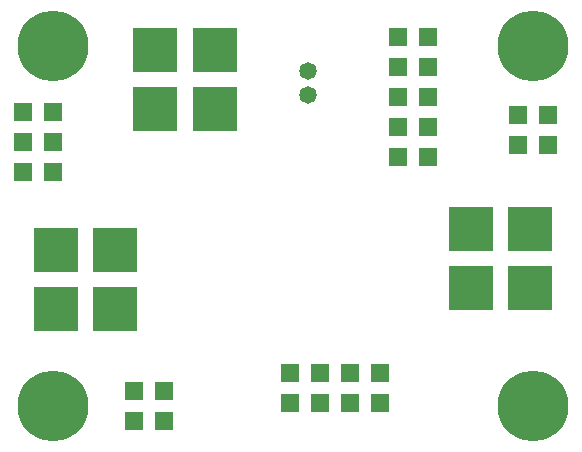
<source format=gbr>
G04 #@! TF.FileFunction,Soldermask,Top*
%FSLAX46Y46*%
G04 Gerber Fmt 4.6, Leading zero omitted, Abs format (unit mm)*
G04 Created by KiCad (PCBNEW (2015-05-13 BZR 5653)-product) date 7. 1. 2016 10:12:27*
%MOMM*%
G01*
G04 APERTURE LIST*
%ADD10C,0.300000*%
%ADD11R,3.810000X3.810000*%
%ADD12C,6.000000*%
%ADD13R,1.524000X1.524000*%
%ADD14C,1.480820*%
G04 APERTURE END LIST*
D10*
D11*
X13716000Y35226000D03*
X13716000Y30226000D03*
X18796000Y35226000D03*
X18796000Y30226000D03*
D12*
X45720000Y35560000D03*
X45720000Y5080000D03*
X5080000Y35560000D03*
X5080000Y5080000D03*
D13*
X27686000Y5334000D03*
X27686000Y7874000D03*
X25146000Y7874000D03*
X25146000Y5334000D03*
X11938000Y3810000D03*
X11938000Y6350000D03*
X14478000Y3810000D03*
X14478000Y6350000D03*
X34290000Y31242000D03*
X36830000Y31242000D03*
X34290000Y33782000D03*
X36830000Y33782000D03*
X34290000Y28702000D03*
X36830000Y28702000D03*
X30226000Y5334000D03*
X30226000Y7874000D03*
X44450000Y27178000D03*
X46990000Y27178000D03*
X44450000Y29718000D03*
X46990000Y29718000D03*
X34290000Y26162000D03*
X36830000Y26162000D03*
X2540000Y29972000D03*
X5080000Y29972000D03*
X2540000Y27432000D03*
X5080000Y27432000D03*
X2540000Y24892000D03*
X5080000Y24892000D03*
D14*
X26670000Y31384240D03*
X26670000Y33385760D03*
D13*
X34290000Y36322000D03*
X36830000Y36322000D03*
D11*
X10334000Y18288000D03*
X5334000Y18288000D03*
X10334000Y13288000D03*
X5334000Y13288000D03*
X40466000Y20066000D03*
X45466000Y20066000D03*
X40466000Y15066000D03*
X45466000Y15066000D03*
D13*
X32766000Y5334000D03*
X32766000Y7874000D03*
M02*

</source>
